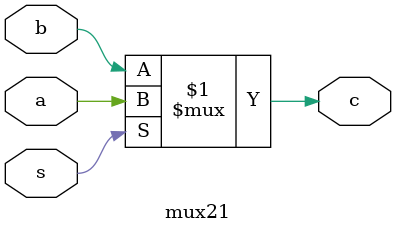
<source format=v>
module mux21(a,b,s,c);
input a,b,s;
output c;
assign c = s?a:b;
endmodule

</source>
